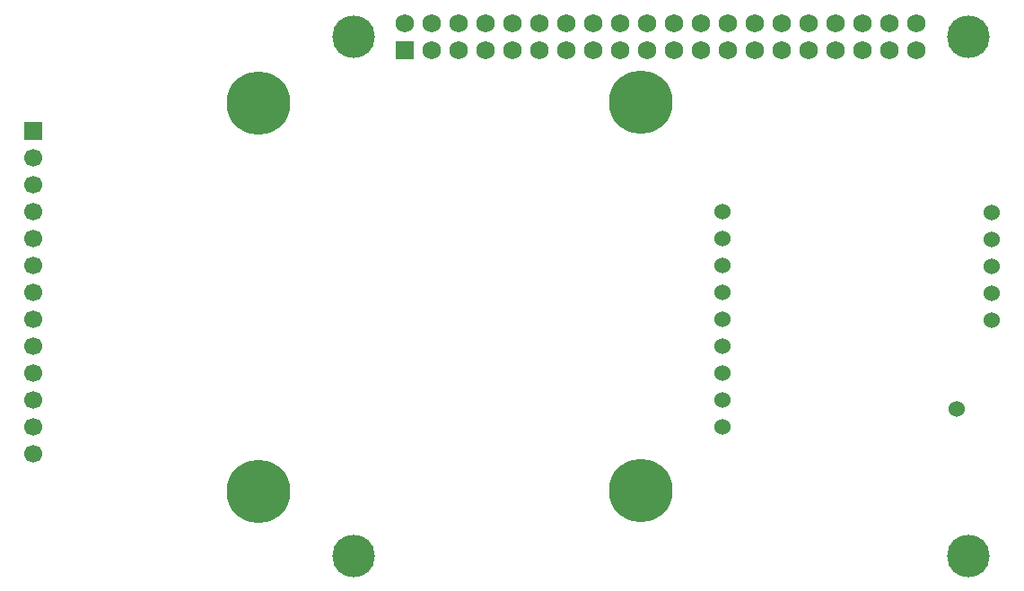
<source format=gbs>
%TF.GenerationSoftware,KiCad,Pcbnew,9.0.1*%
%TF.CreationDate,2025-04-07T13:35:56-07:00*%
%TF.ProjectId,Groundstation_433_Hat,47726f75-6e64-4737-9461-74696f6e5f34,1.3*%
%TF.SameCoordinates,Original*%
%TF.FileFunction,Soldermask,Bot*%
%TF.FilePolarity,Negative*%
%FSLAX46Y46*%
G04 Gerber Fmt 4.6, Leading zero omitted, Abs format (unit mm)*
G04 Created by KiCad (PCBNEW 9.0.1) date 2025-04-07 13:35:56*
%MOMM*%
%LPD*%
G01*
G04 APERTURE LIST*
G04 Aperture macros list*
%AMRoundRect*
0 Rectangle with rounded corners*
0 $1 Rounding radius*
0 $2 $3 $4 $5 $6 $7 $8 $9 X,Y pos of 4 corners*
0 Add a 4 corners polygon primitive as box body*
4,1,4,$2,$3,$4,$5,$6,$7,$8,$9,$2,$3,0*
0 Add four circle primitives for the rounded corners*
1,1,$1+$1,$2,$3*
1,1,$1+$1,$4,$5*
1,1,$1+$1,$6,$7*
1,1,$1+$1,$8,$9*
0 Add four rect primitives between the rounded corners*
20,1,$1+$1,$2,$3,$4,$5,0*
20,1,$1+$1,$4,$5,$6,$7,0*
20,1,$1+$1,$6,$7,$8,$9,0*
20,1,$1+$1,$8,$9,$2,$3,0*%
G04 Aperture macros list end*
%ADD10RoundRect,0.102000X-0.762000X-0.762000X0.762000X-0.762000X0.762000X0.762000X-0.762000X0.762000X0*%
%ADD11C,1.728000*%
%ADD12C,4.016400*%
%ADD13C,6.000000*%
%ADD14C,1.524000*%
%ADD15R,1.700000X1.700000*%
%ADD16C,1.700000*%
G04 APERTURE END LIST*
D10*
%TO.C,U2*%
X138370000Y-64770000D03*
D11*
X138370000Y-62230000D03*
X140910000Y-64770000D03*
X140910000Y-62230000D03*
X143450000Y-64770000D03*
X143450000Y-62230000D03*
X145990000Y-64770000D03*
X145990000Y-62230000D03*
X148530000Y-64770000D03*
X148530000Y-62230000D03*
X151070000Y-64770000D03*
X151070000Y-62230000D03*
X153610000Y-64770000D03*
X153610000Y-62230000D03*
X156150000Y-64770000D03*
X156150000Y-62230000D03*
X158690000Y-64770000D03*
X158690000Y-62230000D03*
X161230000Y-64770000D03*
X161230000Y-62230000D03*
X163770000Y-64770000D03*
X163770000Y-62230000D03*
X166310000Y-64770000D03*
X166310000Y-62230000D03*
X168850000Y-64770000D03*
X168850000Y-62230000D03*
X171390000Y-64770000D03*
X171390000Y-62230000D03*
X173930000Y-64770000D03*
X173930000Y-62230000D03*
X176470000Y-64770000D03*
X176470000Y-62230000D03*
X179010000Y-64770000D03*
X179010000Y-62230000D03*
X181550000Y-64770000D03*
X181550000Y-62230000D03*
X184090000Y-64770000D03*
X184090000Y-62230000D03*
X186630000Y-64770000D03*
X186630000Y-62230000D03*
D12*
X133500000Y-63500000D03*
X191500000Y-63500000D03*
X191500000Y-112500000D03*
X133500000Y-112500000D03*
%TD*%
D13*
%TO.C,U1*%
X124518408Y-106445774D03*
X160618408Y-106345774D03*
X124518408Y-69795774D03*
X160618408Y-69695774D03*
%TD*%
D14*
%TO.C,U3*%
X168307575Y-80064234D03*
X168307575Y-82604234D03*
X168307575Y-85144234D03*
X168307575Y-87684234D03*
X168307575Y-90224234D03*
X168307575Y-92764234D03*
X168307575Y-95304234D03*
X168307575Y-97844234D03*
X168307575Y-100384234D03*
X193694899Y-80116567D03*
X193694899Y-82656567D03*
X193694899Y-85196567D03*
X193694899Y-87736567D03*
X193694899Y-90276567D03*
X190418299Y-98607767D03*
%TD*%
D15*
%TO.C,J1*%
X103313937Y-72440000D03*
D16*
X103313937Y-74980000D03*
X103313937Y-77520000D03*
X103313937Y-80060000D03*
X103313937Y-82600000D03*
X103313937Y-85140000D03*
X103313937Y-87680000D03*
X103313937Y-90220000D03*
X103313937Y-92760000D03*
X103313937Y-95300000D03*
X103313937Y-97840000D03*
X103313937Y-100380000D03*
X103313937Y-102920000D03*
%TD*%
M02*

</source>
